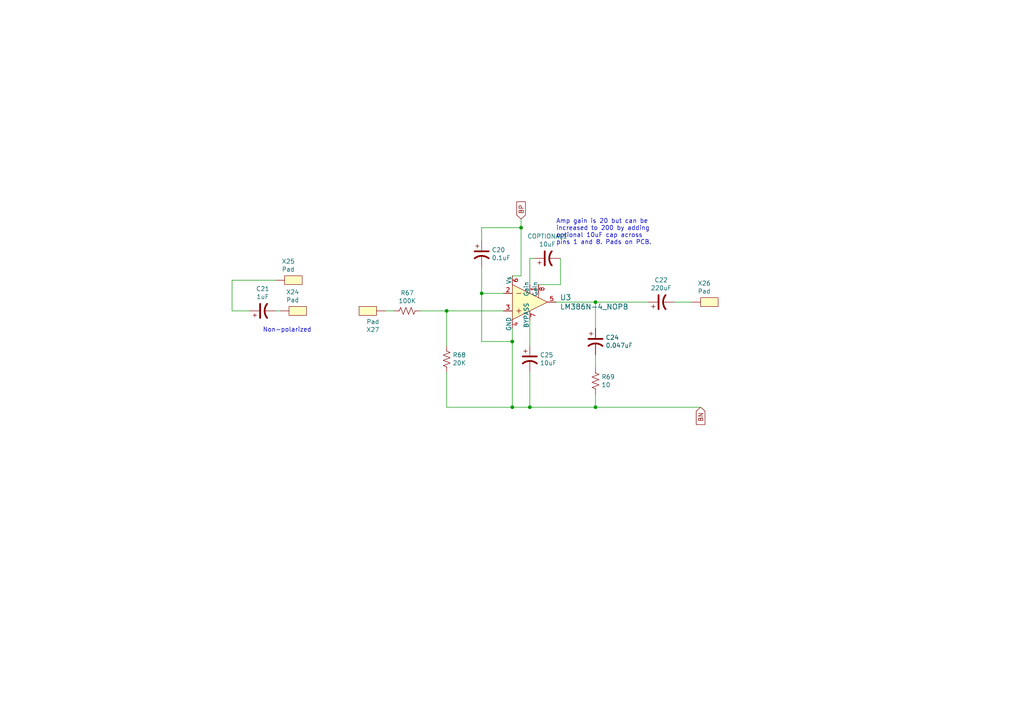
<source format=kicad_sch>
(kicad_sch (version 20230121) (generator eeschema)
  (paper "A4")
  (title_block (title "MFOS NOISE TOASTER Noise Box") (date "2020-10-07") (rev "1"))
  (lib_symbols
    (symbol "mfos_noise_toaster-rescue:CP1-Device" (pin_numbers hide) (pin_names (offset 0.254) hide)
      (property "Reference" "C" (at 0.635 2.54 0))
      (property "Value" "Device_CP1" (at 0.635 -2.54 0))
      (symbol "CP1-Device_0_1"
        (polyline (pts (xy -2.032 0.762) (xy 2.032 0.762)) (stroke (width 0.508)))
        (polyline (pts (xy -1.778 2.286) (xy -0.762 2.286)))
        (polyline (pts (xy -1.27 1.778) (xy -1.27 2.794)))
        (arc (start 2.032 -1.27) (mid 0 -0.5572) (end -2.032 -1.27) (stroke (width 0.508)))
      )
      (symbol "CP1-Device_1_1"
        (pin passive line (at 0 3.81 270) (length 2.794) (name "~") (number "1"))
        (pin passive line (at 0 -3.81 90) (length 3.302) (name "~") (number "2"))
      )
    )
    (symbol "mfos_noise_toaster-rescue:LM386N-4_NOPB-dk_Linear-Amplifiers-Audio" (pin_names (offset 0))
      (property "Reference" "U" (at -8.89 5.08 0))
      (property "Value" "dk_Linear-Amplifiers-Audio_LM386N-4_NOPB" (at 2.54 -5.08 0))
      (symbol "LM386N-4_NOPB-dk_Linear-Amplifiers-Audio_0_1"
        (polyline (pts (xy -3.81 -2.54) (xy -2.54 -2.54)))
        (polyline (pts (xy -3.81 2.54) (xy -2.54 2.54)))
        (polyline (pts (xy -3.175 -1.905) (xy -3.175 -3.175)))
        (polyline (pts (xy 2.54 2.54) (xy 2.54 1.27)))
        (polyline (pts (xy -5.08 5.08) (xy -5.08 -5.08) (xy 5.08 0) (xy -5.08 5.08)) (fill (type background)))
      )
      (symbol "LM386N-4_NOPB-dk_Linear-Amplifiers-Audio_1_1"
        (pin passive line (at 0 5.08 270) (length 2.54) (name "Gain") (number "1"))
        (pin input line (at -7.62 2.54 0) (length 2.54) (name "~") (number "2"))
        (pin input line (at -7.62 -2.54 0) (length 2.54) (name "~") (number "3"))
        (pin power_in line (at -5.08 -7.62 90) (length 2.54) (name "GND") (number "4"))
        (pin output line (at 7.62 0 180) (length 2.54) (name "~") (number "5"))
        (pin power_in line (at -5.08 7.62 270) (length 2.54) (name "Vs") (number "6"))
        (pin output line (at 0 -5.08 90) (length 2.54) (name "BYPASS") (number "7"))
        (pin passive line (at 2.54 5.08 270) (length 2.54) (name "Gain") (number "8"))
      )
    )
    (symbol "mfos_noise_toaster-rescue:Pad-samz-symbol" (pin_numbers hide) (pin_names (offset 1.016))
      (property "Reference" "X" (at 1.27 0 0))
      (property "Value" "Pad-samz-symbol" (at -1.27 2.54 0))
      (symbol "Pad-samz-symbol_0_1"
        (rectangle (start 0 1.27) (end 5.08 -1.27) (fill (type background)))
      )
      (symbol "Pad-samz-symbol_1_1"
        (pin passive line (at -2.54 0 0) (length 2.54) (name "~") (number "1"))
      )
    )
    (symbol "mfos_noise_toaster-rescue:R_US-Device" (pin_numbers hide) (pin_names (offset 0))
      (property "Reference" "R" (at 2.54 0 90))
      (property "Value" "R_US-Device" (at -2.54 0 90))
      (symbol "R_US-Device_0_1"
        (polyline (pts (xy 0 -2.286) (xy 0 -2.54)))
        (polyline (pts (xy 0 2.286) (xy 0 2.54)))
        (polyline (pts (xy 0 -0.762) (xy 1.016 -1.143) (xy 0 -1.524) (xy -1.016 -1.905) (xy 0 -2.286)))
        (polyline (pts (xy 0 0.762) (xy 1.016 0.381) (xy 0 0) (xy -1.016 -0.381) (xy 0 -0.762)))
        (polyline (pts (xy 0 2.286) (xy 1.016 1.905) (xy 0 1.524) (xy -1.016 1.143) (xy 0 0.762)))
      )
      (symbol "R_US-Device_1_1"
        (pin passive line (at 0 3.81 270) (length 1.27) (name "~") (number "1"))
        (pin passive line (at 0 -3.81 90) (length 1.27) (name "~") (number "2"))
      )
    )
  )
  (junction (at 172.72 118.11))
  (junction (at 148.59 99.06))
  (junction (at 153.67 118.11))
  (junction (at 148.59 118.11))
  (junction (at 129.54 90.17))
  (junction (at 172.72 87.63))
  (junction (at 139.7 85.09))
  (junction (at 151.13 66.04))
  (wire (pts (xy 172.72 114.3) (xy 172.72 118.11)))
  (wire (pts (xy 172.72 106.68) (xy 172.72 102.87)))
  (wire (pts (xy 146.05 90.17) (xy 129.54 90.17)))
  (wire (pts (xy 139.7 69.85) (xy 139.7 66.04)))
  (wire (pts (xy 67.31 90.17) (xy 67.31 81.28)))
  (wire (pts (xy 148.59 118.11) (xy 148.59 99.06)))
  (wire (pts (xy 67.31 81.28) (xy 80.01 81.28)))
  (wire (pts (xy 195.58 87.63) (xy 200.66 87.63)))
  (wire (pts (xy 139.7 77.47) (xy 139.7 85.09)))
  (wire (pts (xy 172.72 118.11) (xy 203.2 118.11)))
  (wire (pts (xy 111.76 90.17) (xy 114.3 90.17)))
  (wire (pts (xy 156.21 82.55) (xy 162.56 82.55)))
  (wire (pts (xy 172.72 87.63) (xy 187.96 87.63)))
  (wire (pts (xy 172.72 95.25) (xy 172.72 87.63)))
  (wire (pts (xy 139.7 85.09) (xy 146.05 85.09)))
  (wire (pts (xy 129.54 107.95) (xy 129.54 118.11)))
  (wire (pts (xy 129.54 118.11) (xy 148.59 118.11)))
  (wire (pts (xy 148.59 80.01) (xy 151.13 80.01)))
  (wire (pts (xy 139.7 99.06) (xy 139.7 85.09)))
  (wire (pts (xy 139.7 66.04) (xy 151.13 66.04)))
  (wire (pts (xy 153.67 118.11) (xy 148.59 118.11)))
  (wire (pts (xy 72.39 90.17) (xy 67.31 90.17)))
  (wire (pts (xy 80.01 90.17) (xy 81.28 90.17)))
  (wire (pts (xy 162.56 82.55) (xy 162.56 74.93)))
  (wire (pts (xy 148.59 95.25) (xy 148.59 99.06)))
  (wire (pts (xy 121.92 90.17) (xy 129.54 90.17)))
  (wire (pts (xy 153.67 74.93) (xy 154.94 74.93)))
  (wire (pts (xy 153.67 92.71) (xy 153.67 100.33)))
  (wire (pts (xy 148.59 99.06) (xy 139.7 99.06)))
  (wire (pts (xy 172.72 118.11) (xy 153.67 118.11)))
  (wire (pts (xy 153.67 82.55) (xy 153.67 74.93)))
  (wire (pts (xy 172.72 87.63) (xy 161.29 87.63)))
  (wire (pts (xy 151.13 66.04) (xy 151.13 63.5)))
  (wire (pts (xy 129.54 90.17) (xy 129.54 100.33)))
  (wire (pts (xy 151.13 80.01) (xy 151.13 66.04)))
  (wire (pts (xy 153.67 107.95) (xy 153.67 118.11)))
  (text "Non-polarized" (at 76.2 96.52 0) (effects (font (size 1.27 1.27)) (justify left bottom)))
  (text "Amp gain is 20 but can be\nincreased to 200 by adding\noptional 10uF cap across\npins 1 and 8. Pads on PCB." (at 161.29 71.12 0) (effects (font (size 1.27 1.27)) (justify left bottom)))
  (global_label "BN" (shape input) (at 203.2 118.11 270) (property "Intersheetrefs" "${INTERSHEET_REFS}" (effects hide)))
  (global_label "BP" (shape input) (at 151.13 63.5 90) (property "Intersheetrefs" "${INTERSHEET_REFS}" (effects hide)))
  (symbol (lib_id "mfos_noise_toaster-rescue:R_US-Device") (at 129.54 104.14 0) (unit 1)
    (property "Reference" "R68" (at 131.2672 102.9716 0) (effects (justify left)))
    (property "Value" "20K" (at 131.2672 105.283 0) (effects (justify left)))
    (property "Footprint" "Resistor_THT:R_Axial_DIN0207_L6.3mm_D2.5mm_P10.16mm_Horizontal" (effects hide))
  )
  (symbol (lib_id "mfos_noise_toaster-rescue:R_US-Device") (at 172.72 110.49 0) (unit 1)
    (property "Reference" "R69" (at 174.4472 109.3216 0) (effects (justify left)))
    (property "Value" "10" (at 174.4472 111.633 0) (effects (justify left)))
    (property "Footprint" "Resistor_THT:R_Axial_DIN0207_L6.3mm_D2.5mm_P10.16mm_Horizontal" (effects hide))
  )
  (symbol (lib_id "mfos_noise_toaster-rescue:R_US-Device") (at 118.11 90.17 270) (unit 1)
    (property "Reference" "R67" (at 118.11 84.963 90))
    (property "Value" "100K" (at 118.11 87.2744 90))
    (property "Footprint" "Resistor_THT:R_Axial_DIN0207_L6.3mm_D2.5mm_P10.16mm_Horizontal" (effects hide))
  )
  (symbol (lib_id "mfos_noise_toaster-rescue:CP1-Device") (at 76.2 90.17 90) (unit 1)
    (property "Reference" "C21" (at 76.2 83.7692 90))
    (property "Value" "1uF" (at 76.2 86.0806 90))
    (property "Footprint" "Capacitor_THT:CP_Radial_D5.0mm_P2.50mm" (effects hide))
  )
  (symbol (lib_id "mfos_noise_toaster-rescue:Pad-samz-symbol") (at 82.55 81.28 0) (unit 1)
    (property "Reference" "X25" (at 83.6168 75.819 0))
    (property "Value" "Pad" (at 83.6168 78.1304 0))
    (property "Footprint" "samz-kicad-library:pad" (effects hide))
  )
  (symbol (lib_id "mfos_noise_toaster-rescue:Pad-samz-symbol") (at 109.22 90.17 180) (unit 1)
    (property "Reference" "X27" (at 108.1532 95.631 0))
    (property "Value" "Pad" (at 108.1532 93.3196 0))
    (property "Footprint" "samz-kicad-library:pad" (effects hide))
  )
  (symbol (lib_id "mfos_noise_toaster-rescue:CP1-Device") (at 153.67 104.14 0) (unit 1)
    (property "Reference" "C25" (at 156.591 102.9716 0) (effects (justify left)))
    (property "Value" "10uF" (at 156.591 105.283 0) (effects (justify left)))
    (property "Footprint" "Capacitor_THT:CP_Radial_D5.0mm_P2.50mm" (effects hide))
  )
  (symbol (lib_id "mfos_noise_toaster-rescue:CP1-Device") (at 139.7 73.66 0) (unit 1)
    (property "Reference" "C20" (at 142.621 72.4916 0) (effects (justify left)))
    (property "Value" "0.1uF" (at 142.621 74.803 0) (effects (justify left)))
    (property "Footprint" "samz-kicad-library:C_Disc_D5.0mm_W2.5mm_P3.50mm" (effects hide))
  )
  (symbol (lib_id "mfos_noise_toaster-rescue:CP1-Device") (at 172.72 99.06 0) (unit 1)
    (property "Reference" "C24" (at 175.641 97.8916 0) (effects (justify left)))
    (property "Value" "0.047uF" (at 175.641 100.203 0) (effects (justify left)))
    (property "Footprint" "Capacitor_THT:C_Disc_D3.4mm_W2.1mm_P2.50mm" (effects hide))
  )
  (symbol (lib_id "mfos_noise_toaster-rescue:CP1-Device") (at 191.77 87.63 90) (unit 1)
    (property "Reference" "C22" (at 191.77 81.2292 90))
    (property "Value" "220uF" (at 191.77 83.5406 90))
    (property "Footprint" "Capacitor_THT:CP_Radial_D10.0mm_P5.00mm" (effects hide))
  )
  (symbol (lib_id "mfos_noise_toaster-rescue:Pad-samz-symbol") (at 203.2 87.63 0) (unit 1)
    (property "Reference" "X26" (at 204.2668 82.169 0))
    (property "Value" "Pad" (at 204.2668 84.4804 0))
    (property "Footprint" "samz-kicad-library:pad" (effects hide))
  )
  (symbol (lib_id "mfos_noise_toaster-rescue:Pad-samz-symbol") (at 83.82 90.17 0) (unit 1)
    (property "Reference" "X24" (at 84.8868 84.709 0))
    (property "Value" "Pad" (at 84.8868 87.0204 0))
    (property "Footprint" "samz-kicad-library:pad" (effects hide))
  )
  (symbol (lib_id "mfos_noise_toaster-rescue:LM386N-4_NOPB-dk_Linear-Amplifiers-Audio") (at 153.67 87.63 0) (unit 1)
    (property "Reference" "U3" (at 162.4076 86.2838 0) (effects (font (size 1.524 1.524)) (justify left)))
    (property "Value" "LM386N-4_NOPB" (at 162.4076 88.9762 0) (effects (font (size 1.524 1.524)) (justify left)))
    (property "Footprint" "digikey-footprints:DIP-8_W7.62mm" (effects hide))
    (property "Datasheet" "http://www.ti.com/general/docs/suppproductinfo.tsp?distId=10&gotoUrl=http%3A%2F%2Fwww.ti.com%2Flit%2Fgpn%2Flm386" (effects hide))
    (property "Digi-Key_PN" "296-43960-5-ND" (effects hide))
    (property "MPN" "LM386N-4/NOPB" (effects hide))
    (property "Category" "Integrated Circuits (ICs)" (effects hide))
    (property "Family" "Linear - Amplifiers - Audio" (effects hide))
    (property "DK_Datasheet_Link" "http://www.ti.com/general/docs/suppproductinfo.tsp?distId=10&gotoUrl=http%3A%2F%2Fwww.ti.com%2Flit%2Fgpn%2Flm386" (effects hide))
    (property "DK_Detail_Page" "/product-detail/en/texas-instruments/LM386N-4-NOPB/296-43960-5-ND/148192" (effects hide))
    (property "Description" "IC AMP AUDIO PWR 1W MONO AB 8DIP" (effects hide))
    (property "Manufacturer" "Texas Instruments" (effects hide))
    (property "Status" "Active" (effects hide))
  )
  (symbol (lib_id "mfos_noise_toaster-rescue:CP1-Device") (at 158.75 74.93 90) (unit 1)
    (property "Reference" "COPTIONAL1" (at 158.75 68.5292 90))
    (property "Value" "10uF" (at 158.75 70.8406 90))
    (property "Footprint" "Capacitor_THT:CP_Radial_D5.0mm_P2.50mm" (effects hide))
  )
)
</source>
